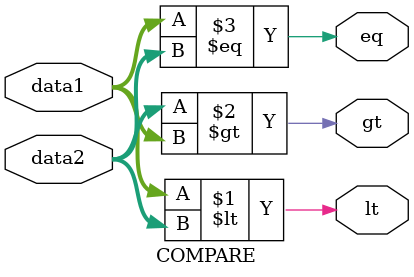
<source format=v>

module COMPARE(lt,gt,eq,data1,data2);

input [15:0] data1,data2 ;
output lt,gt,eq;

assign lt = data1<data2;
assign gt = data2>data1;
assign eq = data1==data2;


endmodule

</source>
